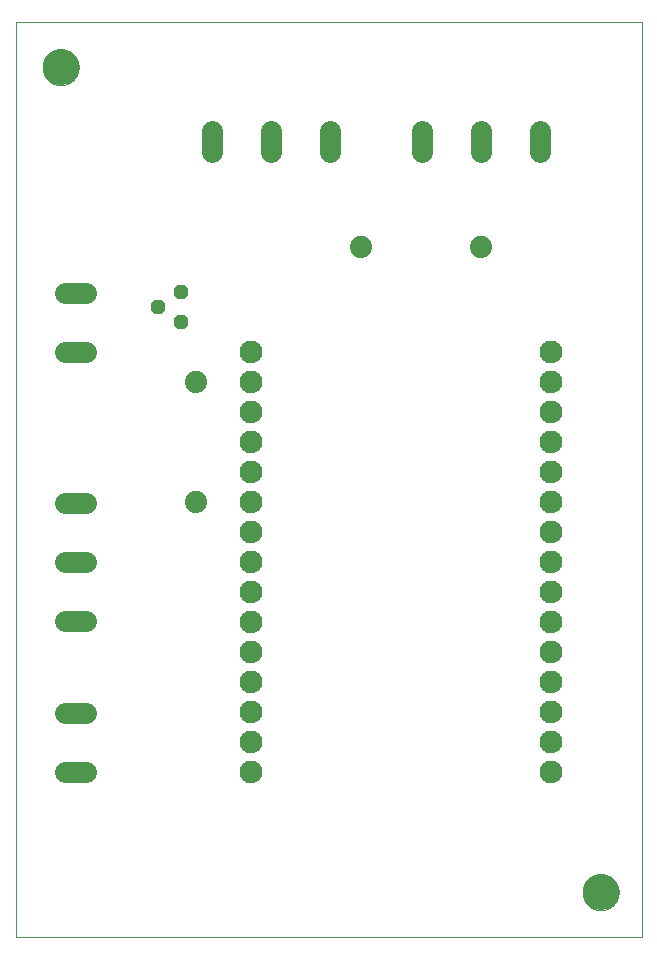
<source format=gbs>
G75*
%MOIN*%
%OFA0B0*%
%FSLAX25Y25*%
%IPPOS*%
%LPD*%
%AMOC8*
5,1,8,0,0,1.08239X$1,22.5*
%
%ADD10C,0.00000*%
%ADD11C,0.12000*%
%ADD12C,0.07050*%
%ADD13C,0.07400*%
%ADD14OC8,0.04800*%
%ADD15C,0.07600*%
D10*
X0001500Y0003000D02*
X0001500Y0307961D01*
X0210201Y0307961D01*
X0210201Y0003000D01*
X0001500Y0003000D01*
X0190500Y0018000D02*
X0190502Y0018154D01*
X0190508Y0018309D01*
X0190518Y0018463D01*
X0190532Y0018617D01*
X0190550Y0018770D01*
X0190571Y0018923D01*
X0190597Y0019076D01*
X0190627Y0019227D01*
X0190660Y0019378D01*
X0190698Y0019528D01*
X0190739Y0019677D01*
X0190784Y0019825D01*
X0190833Y0019971D01*
X0190886Y0020117D01*
X0190942Y0020260D01*
X0191002Y0020403D01*
X0191066Y0020543D01*
X0191133Y0020683D01*
X0191204Y0020820D01*
X0191278Y0020955D01*
X0191356Y0021089D01*
X0191437Y0021220D01*
X0191522Y0021349D01*
X0191610Y0021477D01*
X0191701Y0021601D01*
X0191795Y0021724D01*
X0191893Y0021844D01*
X0191993Y0021961D01*
X0192097Y0022076D01*
X0192203Y0022188D01*
X0192312Y0022297D01*
X0192424Y0022403D01*
X0192539Y0022507D01*
X0192656Y0022607D01*
X0192776Y0022705D01*
X0192899Y0022799D01*
X0193023Y0022890D01*
X0193151Y0022978D01*
X0193280Y0023063D01*
X0193411Y0023144D01*
X0193545Y0023222D01*
X0193680Y0023296D01*
X0193817Y0023367D01*
X0193957Y0023434D01*
X0194097Y0023498D01*
X0194240Y0023558D01*
X0194383Y0023614D01*
X0194529Y0023667D01*
X0194675Y0023716D01*
X0194823Y0023761D01*
X0194972Y0023802D01*
X0195122Y0023840D01*
X0195273Y0023873D01*
X0195424Y0023903D01*
X0195577Y0023929D01*
X0195730Y0023950D01*
X0195883Y0023968D01*
X0196037Y0023982D01*
X0196191Y0023992D01*
X0196346Y0023998D01*
X0196500Y0024000D01*
X0196654Y0023998D01*
X0196809Y0023992D01*
X0196963Y0023982D01*
X0197117Y0023968D01*
X0197270Y0023950D01*
X0197423Y0023929D01*
X0197576Y0023903D01*
X0197727Y0023873D01*
X0197878Y0023840D01*
X0198028Y0023802D01*
X0198177Y0023761D01*
X0198325Y0023716D01*
X0198471Y0023667D01*
X0198617Y0023614D01*
X0198760Y0023558D01*
X0198903Y0023498D01*
X0199043Y0023434D01*
X0199183Y0023367D01*
X0199320Y0023296D01*
X0199455Y0023222D01*
X0199589Y0023144D01*
X0199720Y0023063D01*
X0199849Y0022978D01*
X0199977Y0022890D01*
X0200101Y0022799D01*
X0200224Y0022705D01*
X0200344Y0022607D01*
X0200461Y0022507D01*
X0200576Y0022403D01*
X0200688Y0022297D01*
X0200797Y0022188D01*
X0200903Y0022076D01*
X0201007Y0021961D01*
X0201107Y0021844D01*
X0201205Y0021724D01*
X0201299Y0021601D01*
X0201390Y0021477D01*
X0201478Y0021349D01*
X0201563Y0021220D01*
X0201644Y0021089D01*
X0201722Y0020955D01*
X0201796Y0020820D01*
X0201867Y0020683D01*
X0201934Y0020543D01*
X0201998Y0020403D01*
X0202058Y0020260D01*
X0202114Y0020117D01*
X0202167Y0019971D01*
X0202216Y0019825D01*
X0202261Y0019677D01*
X0202302Y0019528D01*
X0202340Y0019378D01*
X0202373Y0019227D01*
X0202403Y0019076D01*
X0202429Y0018923D01*
X0202450Y0018770D01*
X0202468Y0018617D01*
X0202482Y0018463D01*
X0202492Y0018309D01*
X0202498Y0018154D01*
X0202500Y0018000D01*
X0202498Y0017846D01*
X0202492Y0017691D01*
X0202482Y0017537D01*
X0202468Y0017383D01*
X0202450Y0017230D01*
X0202429Y0017077D01*
X0202403Y0016924D01*
X0202373Y0016773D01*
X0202340Y0016622D01*
X0202302Y0016472D01*
X0202261Y0016323D01*
X0202216Y0016175D01*
X0202167Y0016029D01*
X0202114Y0015883D01*
X0202058Y0015740D01*
X0201998Y0015597D01*
X0201934Y0015457D01*
X0201867Y0015317D01*
X0201796Y0015180D01*
X0201722Y0015045D01*
X0201644Y0014911D01*
X0201563Y0014780D01*
X0201478Y0014651D01*
X0201390Y0014523D01*
X0201299Y0014399D01*
X0201205Y0014276D01*
X0201107Y0014156D01*
X0201007Y0014039D01*
X0200903Y0013924D01*
X0200797Y0013812D01*
X0200688Y0013703D01*
X0200576Y0013597D01*
X0200461Y0013493D01*
X0200344Y0013393D01*
X0200224Y0013295D01*
X0200101Y0013201D01*
X0199977Y0013110D01*
X0199849Y0013022D01*
X0199720Y0012937D01*
X0199589Y0012856D01*
X0199455Y0012778D01*
X0199320Y0012704D01*
X0199183Y0012633D01*
X0199043Y0012566D01*
X0198903Y0012502D01*
X0198760Y0012442D01*
X0198617Y0012386D01*
X0198471Y0012333D01*
X0198325Y0012284D01*
X0198177Y0012239D01*
X0198028Y0012198D01*
X0197878Y0012160D01*
X0197727Y0012127D01*
X0197576Y0012097D01*
X0197423Y0012071D01*
X0197270Y0012050D01*
X0197117Y0012032D01*
X0196963Y0012018D01*
X0196809Y0012008D01*
X0196654Y0012002D01*
X0196500Y0012000D01*
X0196346Y0012002D01*
X0196191Y0012008D01*
X0196037Y0012018D01*
X0195883Y0012032D01*
X0195730Y0012050D01*
X0195577Y0012071D01*
X0195424Y0012097D01*
X0195273Y0012127D01*
X0195122Y0012160D01*
X0194972Y0012198D01*
X0194823Y0012239D01*
X0194675Y0012284D01*
X0194529Y0012333D01*
X0194383Y0012386D01*
X0194240Y0012442D01*
X0194097Y0012502D01*
X0193957Y0012566D01*
X0193817Y0012633D01*
X0193680Y0012704D01*
X0193545Y0012778D01*
X0193411Y0012856D01*
X0193280Y0012937D01*
X0193151Y0013022D01*
X0193023Y0013110D01*
X0192899Y0013201D01*
X0192776Y0013295D01*
X0192656Y0013393D01*
X0192539Y0013493D01*
X0192424Y0013597D01*
X0192312Y0013703D01*
X0192203Y0013812D01*
X0192097Y0013924D01*
X0191993Y0014039D01*
X0191893Y0014156D01*
X0191795Y0014276D01*
X0191701Y0014399D01*
X0191610Y0014523D01*
X0191522Y0014651D01*
X0191437Y0014780D01*
X0191356Y0014911D01*
X0191278Y0015045D01*
X0191204Y0015180D01*
X0191133Y0015317D01*
X0191066Y0015457D01*
X0191002Y0015597D01*
X0190942Y0015740D01*
X0190886Y0015883D01*
X0190833Y0016029D01*
X0190784Y0016175D01*
X0190739Y0016323D01*
X0190698Y0016472D01*
X0190660Y0016622D01*
X0190627Y0016773D01*
X0190597Y0016924D01*
X0190571Y0017077D01*
X0190550Y0017230D01*
X0190532Y0017383D01*
X0190518Y0017537D01*
X0190508Y0017691D01*
X0190502Y0017846D01*
X0190500Y0018000D01*
X0010500Y0293000D02*
X0010502Y0293154D01*
X0010508Y0293309D01*
X0010518Y0293463D01*
X0010532Y0293617D01*
X0010550Y0293770D01*
X0010571Y0293923D01*
X0010597Y0294076D01*
X0010627Y0294227D01*
X0010660Y0294378D01*
X0010698Y0294528D01*
X0010739Y0294677D01*
X0010784Y0294825D01*
X0010833Y0294971D01*
X0010886Y0295117D01*
X0010942Y0295260D01*
X0011002Y0295403D01*
X0011066Y0295543D01*
X0011133Y0295683D01*
X0011204Y0295820D01*
X0011278Y0295955D01*
X0011356Y0296089D01*
X0011437Y0296220D01*
X0011522Y0296349D01*
X0011610Y0296477D01*
X0011701Y0296601D01*
X0011795Y0296724D01*
X0011893Y0296844D01*
X0011993Y0296961D01*
X0012097Y0297076D01*
X0012203Y0297188D01*
X0012312Y0297297D01*
X0012424Y0297403D01*
X0012539Y0297507D01*
X0012656Y0297607D01*
X0012776Y0297705D01*
X0012899Y0297799D01*
X0013023Y0297890D01*
X0013151Y0297978D01*
X0013280Y0298063D01*
X0013411Y0298144D01*
X0013545Y0298222D01*
X0013680Y0298296D01*
X0013817Y0298367D01*
X0013957Y0298434D01*
X0014097Y0298498D01*
X0014240Y0298558D01*
X0014383Y0298614D01*
X0014529Y0298667D01*
X0014675Y0298716D01*
X0014823Y0298761D01*
X0014972Y0298802D01*
X0015122Y0298840D01*
X0015273Y0298873D01*
X0015424Y0298903D01*
X0015577Y0298929D01*
X0015730Y0298950D01*
X0015883Y0298968D01*
X0016037Y0298982D01*
X0016191Y0298992D01*
X0016346Y0298998D01*
X0016500Y0299000D01*
X0016654Y0298998D01*
X0016809Y0298992D01*
X0016963Y0298982D01*
X0017117Y0298968D01*
X0017270Y0298950D01*
X0017423Y0298929D01*
X0017576Y0298903D01*
X0017727Y0298873D01*
X0017878Y0298840D01*
X0018028Y0298802D01*
X0018177Y0298761D01*
X0018325Y0298716D01*
X0018471Y0298667D01*
X0018617Y0298614D01*
X0018760Y0298558D01*
X0018903Y0298498D01*
X0019043Y0298434D01*
X0019183Y0298367D01*
X0019320Y0298296D01*
X0019455Y0298222D01*
X0019589Y0298144D01*
X0019720Y0298063D01*
X0019849Y0297978D01*
X0019977Y0297890D01*
X0020101Y0297799D01*
X0020224Y0297705D01*
X0020344Y0297607D01*
X0020461Y0297507D01*
X0020576Y0297403D01*
X0020688Y0297297D01*
X0020797Y0297188D01*
X0020903Y0297076D01*
X0021007Y0296961D01*
X0021107Y0296844D01*
X0021205Y0296724D01*
X0021299Y0296601D01*
X0021390Y0296477D01*
X0021478Y0296349D01*
X0021563Y0296220D01*
X0021644Y0296089D01*
X0021722Y0295955D01*
X0021796Y0295820D01*
X0021867Y0295683D01*
X0021934Y0295543D01*
X0021998Y0295403D01*
X0022058Y0295260D01*
X0022114Y0295117D01*
X0022167Y0294971D01*
X0022216Y0294825D01*
X0022261Y0294677D01*
X0022302Y0294528D01*
X0022340Y0294378D01*
X0022373Y0294227D01*
X0022403Y0294076D01*
X0022429Y0293923D01*
X0022450Y0293770D01*
X0022468Y0293617D01*
X0022482Y0293463D01*
X0022492Y0293309D01*
X0022498Y0293154D01*
X0022500Y0293000D01*
X0022498Y0292846D01*
X0022492Y0292691D01*
X0022482Y0292537D01*
X0022468Y0292383D01*
X0022450Y0292230D01*
X0022429Y0292077D01*
X0022403Y0291924D01*
X0022373Y0291773D01*
X0022340Y0291622D01*
X0022302Y0291472D01*
X0022261Y0291323D01*
X0022216Y0291175D01*
X0022167Y0291029D01*
X0022114Y0290883D01*
X0022058Y0290740D01*
X0021998Y0290597D01*
X0021934Y0290457D01*
X0021867Y0290317D01*
X0021796Y0290180D01*
X0021722Y0290045D01*
X0021644Y0289911D01*
X0021563Y0289780D01*
X0021478Y0289651D01*
X0021390Y0289523D01*
X0021299Y0289399D01*
X0021205Y0289276D01*
X0021107Y0289156D01*
X0021007Y0289039D01*
X0020903Y0288924D01*
X0020797Y0288812D01*
X0020688Y0288703D01*
X0020576Y0288597D01*
X0020461Y0288493D01*
X0020344Y0288393D01*
X0020224Y0288295D01*
X0020101Y0288201D01*
X0019977Y0288110D01*
X0019849Y0288022D01*
X0019720Y0287937D01*
X0019589Y0287856D01*
X0019455Y0287778D01*
X0019320Y0287704D01*
X0019183Y0287633D01*
X0019043Y0287566D01*
X0018903Y0287502D01*
X0018760Y0287442D01*
X0018617Y0287386D01*
X0018471Y0287333D01*
X0018325Y0287284D01*
X0018177Y0287239D01*
X0018028Y0287198D01*
X0017878Y0287160D01*
X0017727Y0287127D01*
X0017576Y0287097D01*
X0017423Y0287071D01*
X0017270Y0287050D01*
X0017117Y0287032D01*
X0016963Y0287018D01*
X0016809Y0287008D01*
X0016654Y0287002D01*
X0016500Y0287000D01*
X0016346Y0287002D01*
X0016191Y0287008D01*
X0016037Y0287018D01*
X0015883Y0287032D01*
X0015730Y0287050D01*
X0015577Y0287071D01*
X0015424Y0287097D01*
X0015273Y0287127D01*
X0015122Y0287160D01*
X0014972Y0287198D01*
X0014823Y0287239D01*
X0014675Y0287284D01*
X0014529Y0287333D01*
X0014383Y0287386D01*
X0014240Y0287442D01*
X0014097Y0287502D01*
X0013957Y0287566D01*
X0013817Y0287633D01*
X0013680Y0287704D01*
X0013545Y0287778D01*
X0013411Y0287856D01*
X0013280Y0287937D01*
X0013151Y0288022D01*
X0013023Y0288110D01*
X0012899Y0288201D01*
X0012776Y0288295D01*
X0012656Y0288393D01*
X0012539Y0288493D01*
X0012424Y0288597D01*
X0012312Y0288703D01*
X0012203Y0288812D01*
X0012097Y0288924D01*
X0011993Y0289039D01*
X0011893Y0289156D01*
X0011795Y0289276D01*
X0011701Y0289399D01*
X0011610Y0289523D01*
X0011522Y0289651D01*
X0011437Y0289780D01*
X0011356Y0289911D01*
X0011278Y0290045D01*
X0011204Y0290180D01*
X0011133Y0290317D01*
X0011066Y0290457D01*
X0011002Y0290597D01*
X0010942Y0290740D01*
X0010886Y0290883D01*
X0010833Y0291029D01*
X0010784Y0291175D01*
X0010739Y0291323D01*
X0010698Y0291472D01*
X0010660Y0291622D01*
X0010627Y0291773D01*
X0010597Y0291924D01*
X0010571Y0292077D01*
X0010550Y0292230D01*
X0010532Y0292383D01*
X0010518Y0292537D01*
X0010508Y0292691D01*
X0010502Y0292846D01*
X0010500Y0293000D01*
D11*
X0016500Y0293000D03*
X0196500Y0018000D03*
D12*
X0176185Y0264554D02*
X0176185Y0271604D01*
X0156500Y0271604D02*
X0156500Y0264554D01*
X0136815Y0264554D02*
X0136815Y0271604D01*
X0106185Y0271604D02*
X0106185Y0264554D01*
X0086500Y0264554D02*
X0086500Y0271604D01*
X0066815Y0271604D02*
X0066815Y0264554D01*
X0025025Y0217843D02*
X0017975Y0217843D01*
X0017975Y0198157D02*
X0025025Y0198157D01*
X0024946Y0147685D02*
X0017896Y0147685D01*
X0017896Y0128000D02*
X0024946Y0128000D01*
X0024946Y0108315D02*
X0017896Y0108315D01*
X0017975Y0077843D02*
X0025025Y0077843D01*
X0025025Y0058157D02*
X0017975Y0058157D01*
D13*
X0061500Y0148000D03*
X0061500Y0188000D03*
X0116500Y0233000D03*
X0156500Y0233000D03*
D14*
X0056500Y0218000D03*
X0049000Y0213000D03*
X0056500Y0208000D03*
D15*
X0079787Y0197961D03*
X0079787Y0187961D03*
X0079787Y0177961D03*
X0079787Y0167961D03*
X0079787Y0157961D03*
X0079787Y0147961D03*
X0079787Y0137961D03*
X0079787Y0127961D03*
X0079787Y0117961D03*
X0079787Y0107961D03*
X0079787Y0097961D03*
X0079787Y0087961D03*
X0079787Y0077961D03*
X0079787Y0067961D03*
X0079787Y0057961D03*
X0179807Y0057961D03*
X0179807Y0067961D03*
X0179807Y0077961D03*
X0179807Y0087961D03*
X0179807Y0097961D03*
X0179807Y0107961D03*
X0179807Y0117961D03*
X0179807Y0127961D03*
X0179807Y0137961D03*
X0179807Y0147961D03*
X0179807Y0157961D03*
X0179807Y0167961D03*
X0179807Y0177961D03*
X0179807Y0187961D03*
X0179807Y0197961D03*
M02*

</source>
